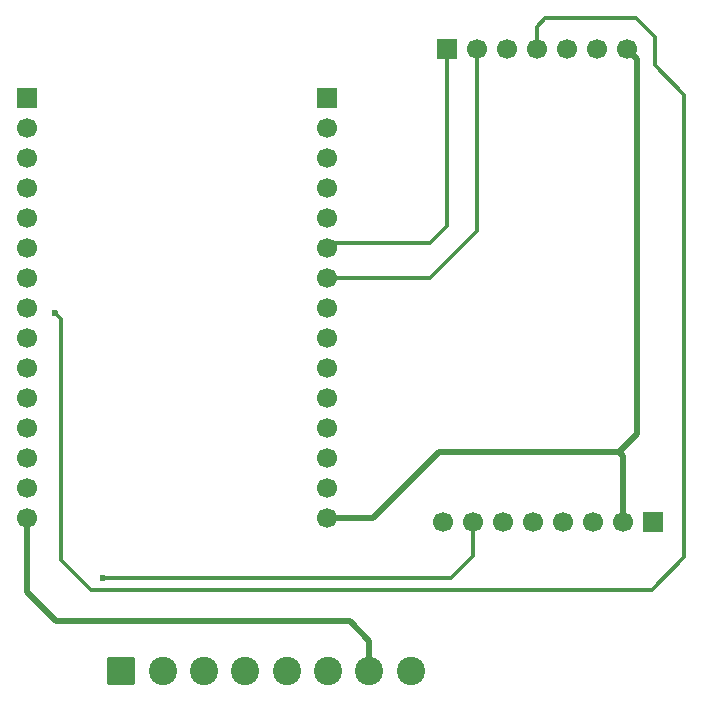
<source format=gbl>
%TF.GenerationSoftware,KiCad,Pcbnew,9.0.5*%
%TF.CreationDate,2025-12-28T18:17:11+02:00*%
%TF.ProjectId,base-schematic-02,62617365-2d73-4636-9865-6d617469632d,rev?*%
%TF.SameCoordinates,Original*%
%TF.FileFunction,Copper,L2,Bot*%
%TF.FilePolarity,Positive*%
%FSLAX46Y46*%
G04 Gerber Fmt 4.6, Leading zero omitted, Abs format (unit mm)*
G04 Created by KiCad (PCBNEW 9.0.5) date 2025-12-28 18:17:11*
%MOMM*%
%LPD*%
G01*
G04 APERTURE LIST*
G04 Aperture macros list*
%AMRoundRect*
0 Rectangle with rounded corners*
0 $1 Rounding radius*
0 $2 $3 $4 $5 $6 $7 $8 $9 X,Y pos of 4 corners*
0 Add a 4 corners polygon primitive as box body*
4,1,4,$2,$3,$4,$5,$6,$7,$8,$9,$2,$3,0*
0 Add four circle primitives for the rounded corners*
1,1,$1+$1,$2,$3*
1,1,$1+$1,$4,$5*
1,1,$1+$1,$6,$7*
1,1,$1+$1,$8,$9*
0 Add four rect primitives between the rounded corners*
20,1,$1+$1,$2,$3,$4,$5,0*
20,1,$1+$1,$4,$5,$6,$7,0*
20,1,$1+$1,$6,$7,$8,$9,0*
20,1,$1+$1,$8,$9,$2,$3,0*%
G04 Aperture macros list end*
%TA.AperFunction,ComponentPad*%
%ADD10R,1.700000X1.700000*%
%TD*%
%TA.AperFunction,ComponentPad*%
%ADD11C,1.700000*%
%TD*%
%TA.AperFunction,ComponentPad*%
%ADD12RoundRect,0.250001X-0.949999X-0.949999X0.949999X-0.949999X0.949999X0.949999X-0.949999X0.949999X0*%
%TD*%
%TA.AperFunction,ComponentPad*%
%ADD13C,2.400000*%
%TD*%
%TA.AperFunction,ViaPad*%
%ADD14C,0.600000*%
%TD*%
%TA.AperFunction,Conductor*%
%ADD15C,0.300000*%
%TD*%
%TA.AperFunction,Conductor*%
%ADD16C,0.500000*%
%TD*%
G04 APERTURE END LIST*
D10*
%TO.P,J2,1,Pin_1*%
%TO.N,D23*%
X79400000Y-59460000D03*
D11*
%TO.P,J2,2,Pin_2*%
%TO.N,D22*%
X79400000Y-62000000D03*
%TO.P,J2,3,Pin_3*%
%TO.N,unconnected-(J2-Pin_3-Pad3)*%
X79400000Y-64540000D03*
%TO.P,J2,4,Pin_4*%
%TO.N,unconnected-(J2-Pin_4-Pad4)*%
X79400000Y-67080000D03*
%TO.P,J2,5,Pin_5*%
%TO.N,D21*%
X79400000Y-69620000D03*
%TO.P,J2,6,Pin_6*%
%TO.N,D19*%
X79400000Y-72160000D03*
%TO.P,J2,7,Pin_7*%
%TO.N,D18*%
X79400000Y-74700000D03*
%TO.P,J2,8,Pin_8*%
%TO.N,unconnected-(J2-Pin_8-Pad8)*%
X79400000Y-77240000D03*
%TO.P,J2,9,Pin_9*%
%TO.N,unconnected-(J2-Pin_9-Pad9)*%
X79400000Y-79780000D03*
%TO.P,J2,10,Pin_10*%
%TO.N,unconnected-(J2-Pin_10-Pad10)*%
X79400000Y-82320000D03*
%TO.P,J2,11,Pin_11*%
%TO.N,unconnected-(J2-Pin_11-Pad11)*%
X79400000Y-84860000D03*
%TO.P,J2,12,Pin_12*%
%TO.N,unconnected-(J2-Pin_12-Pad12)*%
X79400000Y-87400000D03*
%TO.P,J2,13,Pin_13*%
%TO.N,unconnected-(J2-Pin_13-Pad13)*%
X79400000Y-89940000D03*
%TO.P,J2,14,Pin_14*%
%TO.N,GND*%
X79400000Y-92480000D03*
%TO.P,J2,15,Pin_15*%
%TO.N,3V3*%
X79400000Y-95020000D03*
%TD*%
D10*
%TO.P,J1,1,Pin_1*%
%TO.N,unconnected-(J1-Pin_1-Pad1)*%
X54000000Y-59460000D03*
D11*
%TO.P,J1,2,Pin_2*%
%TO.N,unconnected-(J1-Pin_2-Pad2)*%
X54000000Y-62000000D03*
%TO.P,J1,3,Pin_3*%
%TO.N,unconnected-(J1-Pin_3-Pad3)*%
X54000000Y-64540000D03*
%TO.P,J1,4,Pin_4*%
%TO.N,unconnected-(J1-Pin_4-Pad4)*%
X54000000Y-67080000D03*
%TO.P,J1,5,Pin_5*%
%TO.N,unconnected-(J1-Pin_5-Pad5)*%
X54000000Y-69620000D03*
%TO.P,J1,6,Pin_6*%
%TO.N,D32*%
X54000000Y-72160000D03*
%TO.P,J1,7,Pin_7*%
%TO.N,D33*%
X54000000Y-74700000D03*
%TO.P,J1,8,Pin_8*%
%TO.N,D25*%
X54000000Y-77240000D03*
%TO.P,J1,9,Pin_9*%
%TO.N,D26*%
X54000000Y-79780000D03*
%TO.P,J1,10,Pin_10*%
%TO.N,D27*%
X54000000Y-82320000D03*
%TO.P,J1,11,Pin_11*%
%TO.N,D14*%
X54000000Y-84860000D03*
%TO.P,J1,12,Pin_12*%
%TO.N,D12*%
X54000000Y-87400000D03*
%TO.P,J1,13,Pin_13*%
%TO.N,D13*%
X54000000Y-89940000D03*
%TO.P,J1,14,Pin_14*%
%TO.N,unconnected-(J1-Pin_14-Pad14)*%
X54000000Y-92480000D03*
%TO.P,J1,15,Pin_15*%
%TO.N,VIN*%
X54000000Y-95020000D03*
%TD*%
D10*
%TO.P,J3-DAC1,1,Pin_1*%
%TO.N,D19*%
X89570000Y-55335000D03*
D11*
%TO.P,J3-DAC1,2,Pin_2*%
%TO.N,D18*%
X92110000Y-55335000D03*
%TO.P,J3-DAC1,3,Pin_3*%
%TO.N,D23*%
X94650000Y-55335000D03*
%TO.P,J3-DAC1,4,Pin_4*%
%TO.N,D25*%
X97190000Y-55335000D03*
%TO.P,J3-DAC1,5,Pin_5*%
%TO.N,D21*%
X99730000Y-55335000D03*
%TO.P,J3-DAC1,6,Pin_6*%
%TO.N,GND*%
X102270000Y-55335000D03*
%TO.P,J3-DAC1,7,Pin_7*%
%TO.N,3V3*%
X104810000Y-55335000D03*
%TD*%
D12*
%TO.P,J4,1,Pin_1*%
%TO.N,D12*%
X62000000Y-108000000D03*
D13*
%TO.P,J4,2,Pin_2*%
%TO.N,D14*%
X65500000Y-108000000D03*
%TO.P,J4,3,Pin_3*%
%TO.N,D27*%
X69000000Y-108000000D03*
%TO.P,J4,4,Pin_4*%
%TO.N,D26*%
X72500000Y-108000000D03*
%TO.P,J4,5,Pin_5*%
%TO.N,D33*%
X76000000Y-108000000D03*
%TO.P,J4,6,Pin_6*%
%TO.N,D32*%
X79500000Y-108000000D03*
%TO.P,J4,7,Pin_7*%
%TO.N,VIN*%
X83000000Y-108000000D03*
%TO.P,J4,8,Pin_8*%
%TO.N,GND*%
X86500000Y-108000000D03*
%TD*%
D10*
%TO.P,J4-IMU1,1,Pin_1*%
%TO.N,GND*%
X107009138Y-95394959D03*
D11*
%TO.P,J4-IMU1,2,Pin_2*%
%TO.N,3V3*%
X104469138Y-95394959D03*
%TO.P,J4-IMU1,3,Pin_3*%
%TO.N,unconnected-(J4-IMU1-Pin_3-Pad3)*%
X101929138Y-95394959D03*
%TO.P,J4-IMU1,4,Pin_4*%
%TO.N,unconnected-(J4-IMU1-Pin_4-Pad4)*%
X99389138Y-95394959D03*
%TO.P,J4-IMU1,5,Pin_5*%
%TO.N,unconnected-(J4-IMU1-Pin_5-Pad5)*%
X96849138Y-95394959D03*
%TO.P,J4-IMU1,6,Pin_6*%
%TO.N,unconnected-(J4-IMU1-Pin_6-Pad6)*%
X94309138Y-95394959D03*
%TO.P,J4-IMU1,7,Pin_7*%
%TO.N,D13*%
X91769138Y-95394959D03*
%TO.P,J4-IMU1,8,Pin_8*%
%TO.N,D22*%
X89229138Y-95394959D03*
%TD*%
D14*
%TO.N,D25*%
X56403500Y-77708500D03*
%TO.N,D13*%
X60452000Y-100076000D03*
%TD*%
D15*
%TO.N,D25*%
X56403500Y-77708500D02*
X56896000Y-78201000D01*
X109630000Y-59200000D02*
X107150000Y-56720000D01*
X56896000Y-78201000D02*
X56896000Y-98556000D01*
X107150000Y-56720000D02*
X107150000Y-54290000D01*
X105580000Y-52720000D02*
X105570000Y-52730000D01*
X107150000Y-54290000D02*
X105580000Y-52720000D01*
X97900000Y-52730000D02*
X97190000Y-53440000D01*
X56896000Y-98556000D02*
X59432000Y-101092000D01*
X109630000Y-98380000D02*
X109630000Y-59200000D01*
X106918000Y-101092000D02*
X109630000Y-98380000D01*
X105570000Y-52730000D02*
X97900000Y-52730000D01*
X59432000Y-101092000D02*
X106918000Y-101092000D01*
X97190000Y-53440000D02*
X97190000Y-55335000D01*
%TO.N,D13*%
X89916000Y-100076000D02*
X91769138Y-98222862D01*
X91769138Y-98222862D02*
X91769138Y-95394959D01*
X60452000Y-100076000D02*
X89916000Y-100076000D01*
D16*
%TO.N,VIN*%
X54000000Y-101280000D02*
X56490000Y-103770000D01*
X56490000Y-103770000D02*
X56500000Y-103760000D01*
X56500000Y-103760000D02*
X81340000Y-103760000D01*
X54000000Y-95020000D02*
X54000000Y-101280000D01*
X83000000Y-105420000D02*
X83000000Y-108000000D01*
X81340000Y-103760000D02*
X83000000Y-105420000D01*
D15*
%TO.N,D21*%
X79781630Y-69238370D02*
X79781630Y-69620000D01*
D16*
%TO.N,3V3*%
X88900000Y-89408000D02*
X98482179Y-89408000D01*
X105664000Y-56189000D02*
X104810000Y-55335000D01*
X83288000Y-95020000D02*
X88900000Y-89408000D01*
X104105089Y-89442911D02*
X105664000Y-87884000D01*
X79400000Y-95020000D02*
X83288000Y-95020000D01*
X105664000Y-87884000D02*
X105664000Y-56189000D01*
X104105089Y-89442911D02*
X104469138Y-89806960D01*
X98482179Y-89408000D02*
X98517089Y-89442911D01*
X104469138Y-89806960D02*
X104469138Y-95394959D01*
X98517089Y-89442911D02*
X104105089Y-89442911D01*
D15*
%TO.N,D18*%
X88150000Y-74700000D02*
X79400000Y-74700000D01*
X92110000Y-70740000D02*
X92110000Y-55335000D01*
X88150000Y-74700000D02*
X92110000Y-70740000D01*
%TO.N,D19*%
X79840000Y-71720000D02*
X88180000Y-71720000D01*
X89570000Y-70330000D02*
X89570000Y-55335000D01*
X88180000Y-71720000D02*
X89570000Y-70330000D01*
X79400000Y-72160000D02*
X79840000Y-71720000D01*
%TD*%
M02*

</source>
